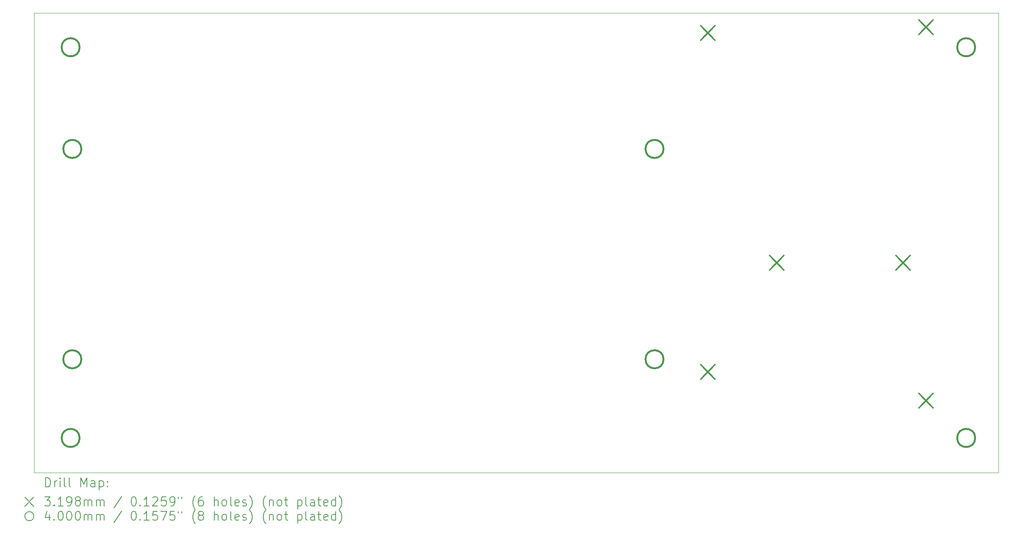
<source format=gbr>
%TF.GenerationSoftware,KiCad,Pcbnew,(6.0.9)*%
%TF.CreationDate,2022-11-08T23:38:09-07:00*%
%TF.ProjectId,gnctr-wack-a-mole-pcb,676e6374-722d-4776-9163-6b2d612d6d6f,rev?*%
%TF.SameCoordinates,Original*%
%TF.FileFunction,Drillmap*%
%TF.FilePolarity,Positive*%
%FSLAX45Y45*%
G04 Gerber Fmt 4.5, Leading zero omitted, Abs format (unit mm)*
G04 Created by KiCad (PCBNEW (6.0.9)) date 2022-11-08 23:38:09*
%MOMM*%
%LPD*%
G01*
G04 APERTURE LIST*
%ADD10C,0.100000*%
%ADD11C,0.200000*%
%ADD12C,0.319786*%
%ADD13C,0.400000*%
G04 APERTURE END LIST*
D10*
X3763500Y-4829000D02*
X25099500Y-4829000D01*
X25099500Y-4829000D02*
X25099500Y-14989000D01*
X25099500Y-14989000D02*
X3763500Y-14989000D01*
X3763500Y-14989000D02*
X3763500Y-4829000D01*
D11*
D12*
X18509107Y-5110607D02*
X18828893Y-5430393D01*
X18828893Y-5110607D02*
X18509107Y-5430393D01*
X18509107Y-12603607D02*
X18828893Y-12923393D01*
X18828893Y-12603607D02*
X18509107Y-12923393D01*
X20033107Y-10190607D02*
X20352893Y-10510393D01*
X20352893Y-10190607D02*
X20033107Y-10510393D01*
X22827107Y-10190607D02*
X23146893Y-10510393D01*
X23146893Y-10190607D02*
X22827107Y-10510393D01*
X23335107Y-4983607D02*
X23654893Y-5303393D01*
X23654893Y-4983607D02*
X23335107Y-5303393D01*
X23335107Y-13238607D02*
X23654893Y-13558393D01*
X23654893Y-13238607D02*
X23335107Y-13558393D01*
D13*
X4772000Y-5588000D02*
G75*
G03*
X4772000Y-5588000I-200000J0D01*
G01*
X4772000Y-14224000D02*
G75*
G03*
X4772000Y-14224000I-200000J0D01*
G01*
X4809000Y-7835000D02*
G75*
G03*
X4809000Y-7835000I-200000J0D01*
G01*
X4809000Y-12485000D02*
G75*
G03*
X4809000Y-12485000I-200000J0D01*
G01*
X17689000Y-7835000D02*
G75*
G03*
X17689000Y-7835000I-200000J0D01*
G01*
X17689000Y-12485000D02*
G75*
G03*
X17689000Y-12485000I-200000J0D01*
G01*
X24584000Y-5588000D02*
G75*
G03*
X24584000Y-5588000I-200000J0D01*
G01*
X24584000Y-14224000D02*
G75*
G03*
X24584000Y-14224000I-200000J0D01*
G01*
D11*
X4016119Y-15304476D02*
X4016119Y-15104476D01*
X4063738Y-15104476D01*
X4092309Y-15114000D01*
X4111357Y-15133048D01*
X4120881Y-15152095D01*
X4130405Y-15190190D01*
X4130405Y-15218762D01*
X4120881Y-15256857D01*
X4111357Y-15275905D01*
X4092309Y-15294952D01*
X4063738Y-15304476D01*
X4016119Y-15304476D01*
X4216119Y-15304476D02*
X4216119Y-15171143D01*
X4216119Y-15209238D02*
X4225643Y-15190190D01*
X4235167Y-15180667D01*
X4254214Y-15171143D01*
X4273262Y-15171143D01*
X4339929Y-15304476D02*
X4339929Y-15171143D01*
X4339929Y-15104476D02*
X4330405Y-15114000D01*
X4339929Y-15123524D01*
X4349452Y-15114000D01*
X4339929Y-15104476D01*
X4339929Y-15123524D01*
X4463738Y-15304476D02*
X4444690Y-15294952D01*
X4435167Y-15275905D01*
X4435167Y-15104476D01*
X4568500Y-15304476D02*
X4549452Y-15294952D01*
X4539929Y-15275905D01*
X4539929Y-15104476D01*
X4797071Y-15304476D02*
X4797071Y-15104476D01*
X4863738Y-15247333D01*
X4930405Y-15104476D01*
X4930405Y-15304476D01*
X5111357Y-15304476D02*
X5111357Y-15199714D01*
X5101833Y-15180667D01*
X5082786Y-15171143D01*
X5044690Y-15171143D01*
X5025643Y-15180667D01*
X5111357Y-15294952D02*
X5092310Y-15304476D01*
X5044690Y-15304476D01*
X5025643Y-15294952D01*
X5016119Y-15275905D01*
X5016119Y-15256857D01*
X5025643Y-15237809D01*
X5044690Y-15228286D01*
X5092310Y-15228286D01*
X5111357Y-15218762D01*
X5206595Y-15171143D02*
X5206595Y-15371143D01*
X5206595Y-15180667D02*
X5225643Y-15171143D01*
X5263738Y-15171143D01*
X5282786Y-15180667D01*
X5292310Y-15190190D01*
X5301833Y-15209238D01*
X5301833Y-15266381D01*
X5292310Y-15285428D01*
X5282786Y-15294952D01*
X5263738Y-15304476D01*
X5225643Y-15304476D01*
X5206595Y-15294952D01*
X5387548Y-15285428D02*
X5397071Y-15294952D01*
X5387548Y-15304476D01*
X5378024Y-15294952D01*
X5387548Y-15285428D01*
X5387548Y-15304476D01*
X5387548Y-15180667D02*
X5397071Y-15190190D01*
X5387548Y-15199714D01*
X5378024Y-15190190D01*
X5387548Y-15180667D01*
X5387548Y-15199714D01*
X3558500Y-15534000D02*
X3758500Y-15734000D01*
X3758500Y-15534000D02*
X3558500Y-15734000D01*
X3997071Y-15524476D02*
X4120881Y-15524476D01*
X4054214Y-15600667D01*
X4082786Y-15600667D01*
X4101833Y-15610190D01*
X4111357Y-15619714D01*
X4120881Y-15638762D01*
X4120881Y-15686381D01*
X4111357Y-15705428D01*
X4101833Y-15714952D01*
X4082786Y-15724476D01*
X4025643Y-15724476D01*
X4006595Y-15714952D01*
X3997071Y-15705428D01*
X4206595Y-15705428D02*
X4216119Y-15714952D01*
X4206595Y-15724476D01*
X4197071Y-15714952D01*
X4206595Y-15705428D01*
X4206595Y-15724476D01*
X4406595Y-15724476D02*
X4292310Y-15724476D01*
X4349452Y-15724476D02*
X4349452Y-15524476D01*
X4330405Y-15553048D01*
X4311357Y-15572095D01*
X4292310Y-15581619D01*
X4501833Y-15724476D02*
X4539929Y-15724476D01*
X4558976Y-15714952D01*
X4568500Y-15705428D01*
X4587548Y-15676857D01*
X4597071Y-15638762D01*
X4597071Y-15562571D01*
X4587548Y-15543524D01*
X4578024Y-15534000D01*
X4558976Y-15524476D01*
X4520881Y-15524476D01*
X4501833Y-15534000D01*
X4492310Y-15543524D01*
X4482786Y-15562571D01*
X4482786Y-15610190D01*
X4492310Y-15629238D01*
X4501833Y-15638762D01*
X4520881Y-15648286D01*
X4558976Y-15648286D01*
X4578024Y-15638762D01*
X4587548Y-15629238D01*
X4597071Y-15610190D01*
X4711357Y-15610190D02*
X4692310Y-15600667D01*
X4682786Y-15591143D01*
X4673262Y-15572095D01*
X4673262Y-15562571D01*
X4682786Y-15543524D01*
X4692310Y-15534000D01*
X4711357Y-15524476D01*
X4749452Y-15524476D01*
X4768500Y-15534000D01*
X4778024Y-15543524D01*
X4787548Y-15562571D01*
X4787548Y-15572095D01*
X4778024Y-15591143D01*
X4768500Y-15600667D01*
X4749452Y-15610190D01*
X4711357Y-15610190D01*
X4692310Y-15619714D01*
X4682786Y-15629238D01*
X4673262Y-15648286D01*
X4673262Y-15686381D01*
X4682786Y-15705428D01*
X4692310Y-15714952D01*
X4711357Y-15724476D01*
X4749452Y-15724476D01*
X4768500Y-15714952D01*
X4778024Y-15705428D01*
X4787548Y-15686381D01*
X4787548Y-15648286D01*
X4778024Y-15629238D01*
X4768500Y-15619714D01*
X4749452Y-15610190D01*
X4873262Y-15724476D02*
X4873262Y-15591143D01*
X4873262Y-15610190D02*
X4882786Y-15600667D01*
X4901833Y-15591143D01*
X4930405Y-15591143D01*
X4949452Y-15600667D01*
X4958976Y-15619714D01*
X4958976Y-15724476D01*
X4958976Y-15619714D02*
X4968500Y-15600667D01*
X4987548Y-15591143D01*
X5016119Y-15591143D01*
X5035167Y-15600667D01*
X5044690Y-15619714D01*
X5044690Y-15724476D01*
X5139929Y-15724476D02*
X5139929Y-15591143D01*
X5139929Y-15610190D02*
X5149452Y-15600667D01*
X5168500Y-15591143D01*
X5197071Y-15591143D01*
X5216119Y-15600667D01*
X5225643Y-15619714D01*
X5225643Y-15724476D01*
X5225643Y-15619714D02*
X5235167Y-15600667D01*
X5254214Y-15591143D01*
X5282786Y-15591143D01*
X5301833Y-15600667D01*
X5311357Y-15619714D01*
X5311357Y-15724476D01*
X5701833Y-15514952D02*
X5530405Y-15772095D01*
X5958976Y-15524476D02*
X5978024Y-15524476D01*
X5997071Y-15534000D01*
X6006595Y-15543524D01*
X6016119Y-15562571D01*
X6025643Y-15600667D01*
X6025643Y-15648286D01*
X6016119Y-15686381D01*
X6006595Y-15705428D01*
X5997071Y-15714952D01*
X5978024Y-15724476D01*
X5958976Y-15724476D01*
X5939928Y-15714952D01*
X5930405Y-15705428D01*
X5920881Y-15686381D01*
X5911357Y-15648286D01*
X5911357Y-15600667D01*
X5920881Y-15562571D01*
X5930405Y-15543524D01*
X5939928Y-15534000D01*
X5958976Y-15524476D01*
X6111357Y-15705428D02*
X6120881Y-15714952D01*
X6111357Y-15724476D01*
X6101833Y-15714952D01*
X6111357Y-15705428D01*
X6111357Y-15724476D01*
X6311357Y-15724476D02*
X6197071Y-15724476D01*
X6254214Y-15724476D02*
X6254214Y-15524476D01*
X6235167Y-15553048D01*
X6216119Y-15572095D01*
X6197071Y-15581619D01*
X6387548Y-15543524D02*
X6397071Y-15534000D01*
X6416119Y-15524476D01*
X6463738Y-15524476D01*
X6482786Y-15534000D01*
X6492309Y-15543524D01*
X6501833Y-15562571D01*
X6501833Y-15581619D01*
X6492309Y-15610190D01*
X6378024Y-15724476D01*
X6501833Y-15724476D01*
X6682786Y-15524476D02*
X6587548Y-15524476D01*
X6578024Y-15619714D01*
X6587548Y-15610190D01*
X6606595Y-15600667D01*
X6654214Y-15600667D01*
X6673262Y-15610190D01*
X6682786Y-15619714D01*
X6692309Y-15638762D01*
X6692309Y-15686381D01*
X6682786Y-15705428D01*
X6673262Y-15714952D01*
X6654214Y-15724476D01*
X6606595Y-15724476D01*
X6587548Y-15714952D01*
X6578024Y-15705428D01*
X6787548Y-15724476D02*
X6825643Y-15724476D01*
X6844690Y-15714952D01*
X6854214Y-15705428D01*
X6873262Y-15676857D01*
X6882786Y-15638762D01*
X6882786Y-15562571D01*
X6873262Y-15543524D01*
X6863738Y-15534000D01*
X6844690Y-15524476D01*
X6806595Y-15524476D01*
X6787548Y-15534000D01*
X6778024Y-15543524D01*
X6768500Y-15562571D01*
X6768500Y-15610190D01*
X6778024Y-15629238D01*
X6787548Y-15638762D01*
X6806595Y-15648286D01*
X6844690Y-15648286D01*
X6863738Y-15638762D01*
X6873262Y-15629238D01*
X6882786Y-15610190D01*
X6958976Y-15524476D02*
X6958976Y-15562571D01*
X7035167Y-15524476D02*
X7035167Y-15562571D01*
X7330405Y-15800667D02*
X7320881Y-15791143D01*
X7301833Y-15762571D01*
X7292309Y-15743524D01*
X7282786Y-15714952D01*
X7273262Y-15667333D01*
X7273262Y-15629238D01*
X7282786Y-15581619D01*
X7292309Y-15553048D01*
X7301833Y-15534000D01*
X7320881Y-15505428D01*
X7330405Y-15495905D01*
X7492309Y-15524476D02*
X7454214Y-15524476D01*
X7435167Y-15534000D01*
X7425643Y-15543524D01*
X7406595Y-15572095D01*
X7397071Y-15610190D01*
X7397071Y-15686381D01*
X7406595Y-15705428D01*
X7416119Y-15714952D01*
X7435167Y-15724476D01*
X7473262Y-15724476D01*
X7492309Y-15714952D01*
X7501833Y-15705428D01*
X7511357Y-15686381D01*
X7511357Y-15638762D01*
X7501833Y-15619714D01*
X7492309Y-15610190D01*
X7473262Y-15600667D01*
X7435167Y-15600667D01*
X7416119Y-15610190D01*
X7406595Y-15619714D01*
X7397071Y-15638762D01*
X7749452Y-15724476D02*
X7749452Y-15524476D01*
X7835167Y-15724476D02*
X7835167Y-15619714D01*
X7825643Y-15600667D01*
X7806595Y-15591143D01*
X7778024Y-15591143D01*
X7758976Y-15600667D01*
X7749452Y-15610190D01*
X7958976Y-15724476D02*
X7939928Y-15714952D01*
X7930405Y-15705428D01*
X7920881Y-15686381D01*
X7920881Y-15629238D01*
X7930405Y-15610190D01*
X7939928Y-15600667D01*
X7958976Y-15591143D01*
X7987548Y-15591143D01*
X8006595Y-15600667D01*
X8016119Y-15610190D01*
X8025643Y-15629238D01*
X8025643Y-15686381D01*
X8016119Y-15705428D01*
X8006595Y-15714952D01*
X7987548Y-15724476D01*
X7958976Y-15724476D01*
X8139928Y-15724476D02*
X8120881Y-15714952D01*
X8111357Y-15695905D01*
X8111357Y-15524476D01*
X8292309Y-15714952D02*
X8273262Y-15724476D01*
X8235167Y-15724476D01*
X8216119Y-15714952D01*
X8206595Y-15695905D01*
X8206595Y-15619714D01*
X8216119Y-15600667D01*
X8235167Y-15591143D01*
X8273262Y-15591143D01*
X8292309Y-15600667D01*
X8301833Y-15619714D01*
X8301833Y-15638762D01*
X8206595Y-15657809D01*
X8378024Y-15714952D02*
X8397071Y-15724476D01*
X8435167Y-15724476D01*
X8454214Y-15714952D01*
X8463738Y-15695905D01*
X8463738Y-15686381D01*
X8454214Y-15667333D01*
X8435167Y-15657809D01*
X8406595Y-15657809D01*
X8387548Y-15648286D01*
X8378024Y-15629238D01*
X8378024Y-15619714D01*
X8387548Y-15600667D01*
X8406595Y-15591143D01*
X8435167Y-15591143D01*
X8454214Y-15600667D01*
X8530405Y-15800667D02*
X8539929Y-15791143D01*
X8558976Y-15762571D01*
X8568500Y-15743524D01*
X8578024Y-15714952D01*
X8587548Y-15667333D01*
X8587548Y-15629238D01*
X8578024Y-15581619D01*
X8568500Y-15553048D01*
X8558976Y-15534000D01*
X8539929Y-15505428D01*
X8530405Y-15495905D01*
X8892310Y-15800667D02*
X8882786Y-15791143D01*
X8863738Y-15762571D01*
X8854214Y-15743524D01*
X8844690Y-15714952D01*
X8835167Y-15667333D01*
X8835167Y-15629238D01*
X8844690Y-15581619D01*
X8854214Y-15553048D01*
X8863738Y-15534000D01*
X8882786Y-15505428D01*
X8892310Y-15495905D01*
X8968500Y-15591143D02*
X8968500Y-15724476D01*
X8968500Y-15610190D02*
X8978024Y-15600667D01*
X8997071Y-15591143D01*
X9025643Y-15591143D01*
X9044690Y-15600667D01*
X9054214Y-15619714D01*
X9054214Y-15724476D01*
X9178024Y-15724476D02*
X9158976Y-15714952D01*
X9149452Y-15705428D01*
X9139929Y-15686381D01*
X9139929Y-15629238D01*
X9149452Y-15610190D01*
X9158976Y-15600667D01*
X9178024Y-15591143D01*
X9206595Y-15591143D01*
X9225643Y-15600667D01*
X9235167Y-15610190D01*
X9244690Y-15629238D01*
X9244690Y-15686381D01*
X9235167Y-15705428D01*
X9225643Y-15714952D01*
X9206595Y-15724476D01*
X9178024Y-15724476D01*
X9301833Y-15591143D02*
X9378024Y-15591143D01*
X9330405Y-15524476D02*
X9330405Y-15695905D01*
X9339929Y-15714952D01*
X9358976Y-15724476D01*
X9378024Y-15724476D01*
X9597071Y-15591143D02*
X9597071Y-15791143D01*
X9597071Y-15600667D02*
X9616119Y-15591143D01*
X9654214Y-15591143D01*
X9673262Y-15600667D01*
X9682786Y-15610190D01*
X9692310Y-15629238D01*
X9692310Y-15686381D01*
X9682786Y-15705428D01*
X9673262Y-15714952D01*
X9654214Y-15724476D01*
X9616119Y-15724476D01*
X9597071Y-15714952D01*
X9806595Y-15724476D02*
X9787548Y-15714952D01*
X9778024Y-15695905D01*
X9778024Y-15524476D01*
X9968500Y-15724476D02*
X9968500Y-15619714D01*
X9958976Y-15600667D01*
X9939929Y-15591143D01*
X9901833Y-15591143D01*
X9882786Y-15600667D01*
X9968500Y-15714952D02*
X9949452Y-15724476D01*
X9901833Y-15724476D01*
X9882786Y-15714952D01*
X9873262Y-15695905D01*
X9873262Y-15676857D01*
X9882786Y-15657809D01*
X9901833Y-15648286D01*
X9949452Y-15648286D01*
X9968500Y-15638762D01*
X10035167Y-15591143D02*
X10111357Y-15591143D01*
X10063738Y-15524476D02*
X10063738Y-15695905D01*
X10073262Y-15714952D01*
X10092310Y-15724476D01*
X10111357Y-15724476D01*
X10254214Y-15714952D02*
X10235167Y-15724476D01*
X10197071Y-15724476D01*
X10178024Y-15714952D01*
X10168500Y-15695905D01*
X10168500Y-15619714D01*
X10178024Y-15600667D01*
X10197071Y-15591143D01*
X10235167Y-15591143D01*
X10254214Y-15600667D01*
X10263738Y-15619714D01*
X10263738Y-15638762D01*
X10168500Y-15657809D01*
X10435167Y-15724476D02*
X10435167Y-15524476D01*
X10435167Y-15714952D02*
X10416119Y-15724476D01*
X10378024Y-15724476D01*
X10358976Y-15714952D01*
X10349452Y-15705428D01*
X10339929Y-15686381D01*
X10339929Y-15629238D01*
X10349452Y-15610190D01*
X10358976Y-15600667D01*
X10378024Y-15591143D01*
X10416119Y-15591143D01*
X10435167Y-15600667D01*
X10511357Y-15800667D02*
X10520881Y-15791143D01*
X10539929Y-15762571D01*
X10549452Y-15743524D01*
X10558976Y-15714952D01*
X10568500Y-15667333D01*
X10568500Y-15629238D01*
X10558976Y-15581619D01*
X10549452Y-15553048D01*
X10539929Y-15534000D01*
X10520881Y-15505428D01*
X10511357Y-15495905D01*
X3758500Y-15954000D02*
G75*
G03*
X3758500Y-15954000I-100000J0D01*
G01*
X4101833Y-15911143D02*
X4101833Y-16044476D01*
X4054214Y-15834952D02*
X4006595Y-15977809D01*
X4130405Y-15977809D01*
X4206595Y-16025428D02*
X4216119Y-16034952D01*
X4206595Y-16044476D01*
X4197071Y-16034952D01*
X4206595Y-16025428D01*
X4206595Y-16044476D01*
X4339929Y-15844476D02*
X4358976Y-15844476D01*
X4378024Y-15854000D01*
X4387548Y-15863524D01*
X4397071Y-15882571D01*
X4406595Y-15920667D01*
X4406595Y-15968286D01*
X4397071Y-16006381D01*
X4387548Y-16025428D01*
X4378024Y-16034952D01*
X4358976Y-16044476D01*
X4339929Y-16044476D01*
X4320881Y-16034952D01*
X4311357Y-16025428D01*
X4301833Y-16006381D01*
X4292310Y-15968286D01*
X4292310Y-15920667D01*
X4301833Y-15882571D01*
X4311357Y-15863524D01*
X4320881Y-15854000D01*
X4339929Y-15844476D01*
X4530405Y-15844476D02*
X4549452Y-15844476D01*
X4568500Y-15854000D01*
X4578024Y-15863524D01*
X4587548Y-15882571D01*
X4597071Y-15920667D01*
X4597071Y-15968286D01*
X4587548Y-16006381D01*
X4578024Y-16025428D01*
X4568500Y-16034952D01*
X4549452Y-16044476D01*
X4530405Y-16044476D01*
X4511357Y-16034952D01*
X4501833Y-16025428D01*
X4492310Y-16006381D01*
X4482786Y-15968286D01*
X4482786Y-15920667D01*
X4492310Y-15882571D01*
X4501833Y-15863524D01*
X4511357Y-15854000D01*
X4530405Y-15844476D01*
X4720881Y-15844476D02*
X4739929Y-15844476D01*
X4758976Y-15854000D01*
X4768500Y-15863524D01*
X4778024Y-15882571D01*
X4787548Y-15920667D01*
X4787548Y-15968286D01*
X4778024Y-16006381D01*
X4768500Y-16025428D01*
X4758976Y-16034952D01*
X4739929Y-16044476D01*
X4720881Y-16044476D01*
X4701833Y-16034952D01*
X4692310Y-16025428D01*
X4682786Y-16006381D01*
X4673262Y-15968286D01*
X4673262Y-15920667D01*
X4682786Y-15882571D01*
X4692310Y-15863524D01*
X4701833Y-15854000D01*
X4720881Y-15844476D01*
X4873262Y-16044476D02*
X4873262Y-15911143D01*
X4873262Y-15930190D02*
X4882786Y-15920667D01*
X4901833Y-15911143D01*
X4930405Y-15911143D01*
X4949452Y-15920667D01*
X4958976Y-15939714D01*
X4958976Y-16044476D01*
X4958976Y-15939714D02*
X4968500Y-15920667D01*
X4987548Y-15911143D01*
X5016119Y-15911143D01*
X5035167Y-15920667D01*
X5044690Y-15939714D01*
X5044690Y-16044476D01*
X5139929Y-16044476D02*
X5139929Y-15911143D01*
X5139929Y-15930190D02*
X5149452Y-15920667D01*
X5168500Y-15911143D01*
X5197071Y-15911143D01*
X5216119Y-15920667D01*
X5225643Y-15939714D01*
X5225643Y-16044476D01*
X5225643Y-15939714D02*
X5235167Y-15920667D01*
X5254214Y-15911143D01*
X5282786Y-15911143D01*
X5301833Y-15920667D01*
X5311357Y-15939714D01*
X5311357Y-16044476D01*
X5701833Y-15834952D02*
X5530405Y-16092095D01*
X5958976Y-15844476D02*
X5978024Y-15844476D01*
X5997071Y-15854000D01*
X6006595Y-15863524D01*
X6016119Y-15882571D01*
X6025643Y-15920667D01*
X6025643Y-15968286D01*
X6016119Y-16006381D01*
X6006595Y-16025428D01*
X5997071Y-16034952D01*
X5978024Y-16044476D01*
X5958976Y-16044476D01*
X5939928Y-16034952D01*
X5930405Y-16025428D01*
X5920881Y-16006381D01*
X5911357Y-15968286D01*
X5911357Y-15920667D01*
X5920881Y-15882571D01*
X5930405Y-15863524D01*
X5939928Y-15854000D01*
X5958976Y-15844476D01*
X6111357Y-16025428D02*
X6120881Y-16034952D01*
X6111357Y-16044476D01*
X6101833Y-16034952D01*
X6111357Y-16025428D01*
X6111357Y-16044476D01*
X6311357Y-16044476D02*
X6197071Y-16044476D01*
X6254214Y-16044476D02*
X6254214Y-15844476D01*
X6235167Y-15873048D01*
X6216119Y-15892095D01*
X6197071Y-15901619D01*
X6492309Y-15844476D02*
X6397071Y-15844476D01*
X6387548Y-15939714D01*
X6397071Y-15930190D01*
X6416119Y-15920667D01*
X6463738Y-15920667D01*
X6482786Y-15930190D01*
X6492309Y-15939714D01*
X6501833Y-15958762D01*
X6501833Y-16006381D01*
X6492309Y-16025428D01*
X6482786Y-16034952D01*
X6463738Y-16044476D01*
X6416119Y-16044476D01*
X6397071Y-16034952D01*
X6387548Y-16025428D01*
X6568500Y-15844476D02*
X6701833Y-15844476D01*
X6616119Y-16044476D01*
X6873262Y-15844476D02*
X6778024Y-15844476D01*
X6768500Y-15939714D01*
X6778024Y-15930190D01*
X6797071Y-15920667D01*
X6844690Y-15920667D01*
X6863738Y-15930190D01*
X6873262Y-15939714D01*
X6882786Y-15958762D01*
X6882786Y-16006381D01*
X6873262Y-16025428D01*
X6863738Y-16034952D01*
X6844690Y-16044476D01*
X6797071Y-16044476D01*
X6778024Y-16034952D01*
X6768500Y-16025428D01*
X6958976Y-15844476D02*
X6958976Y-15882571D01*
X7035167Y-15844476D02*
X7035167Y-15882571D01*
X7330405Y-16120667D02*
X7320881Y-16111143D01*
X7301833Y-16082571D01*
X7292309Y-16063524D01*
X7282786Y-16034952D01*
X7273262Y-15987333D01*
X7273262Y-15949238D01*
X7282786Y-15901619D01*
X7292309Y-15873048D01*
X7301833Y-15854000D01*
X7320881Y-15825428D01*
X7330405Y-15815905D01*
X7435167Y-15930190D02*
X7416119Y-15920667D01*
X7406595Y-15911143D01*
X7397071Y-15892095D01*
X7397071Y-15882571D01*
X7406595Y-15863524D01*
X7416119Y-15854000D01*
X7435167Y-15844476D01*
X7473262Y-15844476D01*
X7492309Y-15854000D01*
X7501833Y-15863524D01*
X7511357Y-15882571D01*
X7511357Y-15892095D01*
X7501833Y-15911143D01*
X7492309Y-15920667D01*
X7473262Y-15930190D01*
X7435167Y-15930190D01*
X7416119Y-15939714D01*
X7406595Y-15949238D01*
X7397071Y-15968286D01*
X7397071Y-16006381D01*
X7406595Y-16025428D01*
X7416119Y-16034952D01*
X7435167Y-16044476D01*
X7473262Y-16044476D01*
X7492309Y-16034952D01*
X7501833Y-16025428D01*
X7511357Y-16006381D01*
X7511357Y-15968286D01*
X7501833Y-15949238D01*
X7492309Y-15939714D01*
X7473262Y-15930190D01*
X7749452Y-16044476D02*
X7749452Y-15844476D01*
X7835167Y-16044476D02*
X7835167Y-15939714D01*
X7825643Y-15920667D01*
X7806595Y-15911143D01*
X7778024Y-15911143D01*
X7758976Y-15920667D01*
X7749452Y-15930190D01*
X7958976Y-16044476D02*
X7939928Y-16034952D01*
X7930405Y-16025428D01*
X7920881Y-16006381D01*
X7920881Y-15949238D01*
X7930405Y-15930190D01*
X7939928Y-15920667D01*
X7958976Y-15911143D01*
X7987548Y-15911143D01*
X8006595Y-15920667D01*
X8016119Y-15930190D01*
X8025643Y-15949238D01*
X8025643Y-16006381D01*
X8016119Y-16025428D01*
X8006595Y-16034952D01*
X7987548Y-16044476D01*
X7958976Y-16044476D01*
X8139928Y-16044476D02*
X8120881Y-16034952D01*
X8111357Y-16015905D01*
X8111357Y-15844476D01*
X8292309Y-16034952D02*
X8273262Y-16044476D01*
X8235167Y-16044476D01*
X8216119Y-16034952D01*
X8206595Y-16015905D01*
X8206595Y-15939714D01*
X8216119Y-15920667D01*
X8235167Y-15911143D01*
X8273262Y-15911143D01*
X8292309Y-15920667D01*
X8301833Y-15939714D01*
X8301833Y-15958762D01*
X8206595Y-15977809D01*
X8378024Y-16034952D02*
X8397071Y-16044476D01*
X8435167Y-16044476D01*
X8454214Y-16034952D01*
X8463738Y-16015905D01*
X8463738Y-16006381D01*
X8454214Y-15987333D01*
X8435167Y-15977809D01*
X8406595Y-15977809D01*
X8387548Y-15968286D01*
X8378024Y-15949238D01*
X8378024Y-15939714D01*
X8387548Y-15920667D01*
X8406595Y-15911143D01*
X8435167Y-15911143D01*
X8454214Y-15920667D01*
X8530405Y-16120667D02*
X8539929Y-16111143D01*
X8558976Y-16082571D01*
X8568500Y-16063524D01*
X8578024Y-16034952D01*
X8587548Y-15987333D01*
X8587548Y-15949238D01*
X8578024Y-15901619D01*
X8568500Y-15873048D01*
X8558976Y-15854000D01*
X8539929Y-15825428D01*
X8530405Y-15815905D01*
X8892310Y-16120667D02*
X8882786Y-16111143D01*
X8863738Y-16082571D01*
X8854214Y-16063524D01*
X8844690Y-16034952D01*
X8835167Y-15987333D01*
X8835167Y-15949238D01*
X8844690Y-15901619D01*
X8854214Y-15873048D01*
X8863738Y-15854000D01*
X8882786Y-15825428D01*
X8892310Y-15815905D01*
X8968500Y-15911143D02*
X8968500Y-16044476D01*
X8968500Y-15930190D02*
X8978024Y-15920667D01*
X8997071Y-15911143D01*
X9025643Y-15911143D01*
X9044690Y-15920667D01*
X9054214Y-15939714D01*
X9054214Y-16044476D01*
X9178024Y-16044476D02*
X9158976Y-16034952D01*
X9149452Y-16025428D01*
X9139929Y-16006381D01*
X9139929Y-15949238D01*
X9149452Y-15930190D01*
X9158976Y-15920667D01*
X9178024Y-15911143D01*
X9206595Y-15911143D01*
X9225643Y-15920667D01*
X9235167Y-15930190D01*
X9244690Y-15949238D01*
X9244690Y-16006381D01*
X9235167Y-16025428D01*
X9225643Y-16034952D01*
X9206595Y-16044476D01*
X9178024Y-16044476D01*
X9301833Y-15911143D02*
X9378024Y-15911143D01*
X9330405Y-15844476D02*
X9330405Y-16015905D01*
X9339929Y-16034952D01*
X9358976Y-16044476D01*
X9378024Y-16044476D01*
X9597071Y-15911143D02*
X9597071Y-16111143D01*
X9597071Y-15920667D02*
X9616119Y-15911143D01*
X9654214Y-15911143D01*
X9673262Y-15920667D01*
X9682786Y-15930190D01*
X9692310Y-15949238D01*
X9692310Y-16006381D01*
X9682786Y-16025428D01*
X9673262Y-16034952D01*
X9654214Y-16044476D01*
X9616119Y-16044476D01*
X9597071Y-16034952D01*
X9806595Y-16044476D02*
X9787548Y-16034952D01*
X9778024Y-16015905D01*
X9778024Y-15844476D01*
X9968500Y-16044476D02*
X9968500Y-15939714D01*
X9958976Y-15920667D01*
X9939929Y-15911143D01*
X9901833Y-15911143D01*
X9882786Y-15920667D01*
X9968500Y-16034952D02*
X9949452Y-16044476D01*
X9901833Y-16044476D01*
X9882786Y-16034952D01*
X9873262Y-16015905D01*
X9873262Y-15996857D01*
X9882786Y-15977809D01*
X9901833Y-15968286D01*
X9949452Y-15968286D01*
X9968500Y-15958762D01*
X10035167Y-15911143D02*
X10111357Y-15911143D01*
X10063738Y-15844476D02*
X10063738Y-16015905D01*
X10073262Y-16034952D01*
X10092310Y-16044476D01*
X10111357Y-16044476D01*
X10254214Y-16034952D02*
X10235167Y-16044476D01*
X10197071Y-16044476D01*
X10178024Y-16034952D01*
X10168500Y-16015905D01*
X10168500Y-15939714D01*
X10178024Y-15920667D01*
X10197071Y-15911143D01*
X10235167Y-15911143D01*
X10254214Y-15920667D01*
X10263738Y-15939714D01*
X10263738Y-15958762D01*
X10168500Y-15977809D01*
X10435167Y-16044476D02*
X10435167Y-15844476D01*
X10435167Y-16034952D02*
X10416119Y-16044476D01*
X10378024Y-16044476D01*
X10358976Y-16034952D01*
X10349452Y-16025428D01*
X10339929Y-16006381D01*
X10339929Y-15949238D01*
X10349452Y-15930190D01*
X10358976Y-15920667D01*
X10378024Y-15911143D01*
X10416119Y-15911143D01*
X10435167Y-15920667D01*
X10511357Y-16120667D02*
X10520881Y-16111143D01*
X10539929Y-16082571D01*
X10549452Y-16063524D01*
X10558976Y-16034952D01*
X10568500Y-15987333D01*
X10568500Y-15949238D01*
X10558976Y-15901619D01*
X10549452Y-15873048D01*
X10539929Y-15854000D01*
X10520881Y-15825428D01*
X10511357Y-15815905D01*
M02*

</source>
